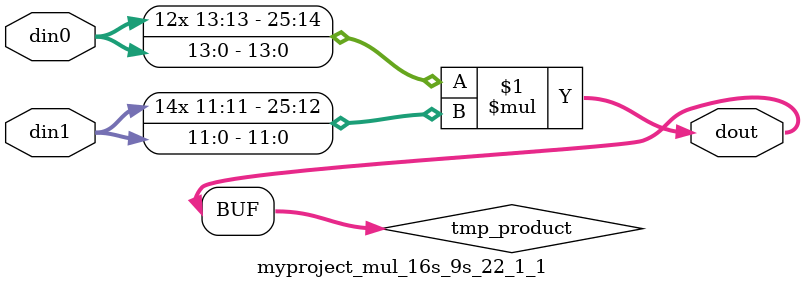
<source format=v>

`timescale 1 ns / 1 ps

  module myproject_mul_16s_9s_22_1_1(din0, din1, dout);
parameter ID = 1;
parameter NUM_STAGE = 0;
parameter din0_WIDTH = 14;
parameter din1_WIDTH = 12;
parameter dout_WIDTH = 26;

input [din0_WIDTH - 1 : 0] din0; 
input [din1_WIDTH - 1 : 0] din1; 
output [dout_WIDTH - 1 : 0] dout;

wire signed [dout_WIDTH - 1 : 0] tmp_product;













assign tmp_product = $signed(din0) * $signed(din1);








assign dout = tmp_product;







endmodule

</source>
